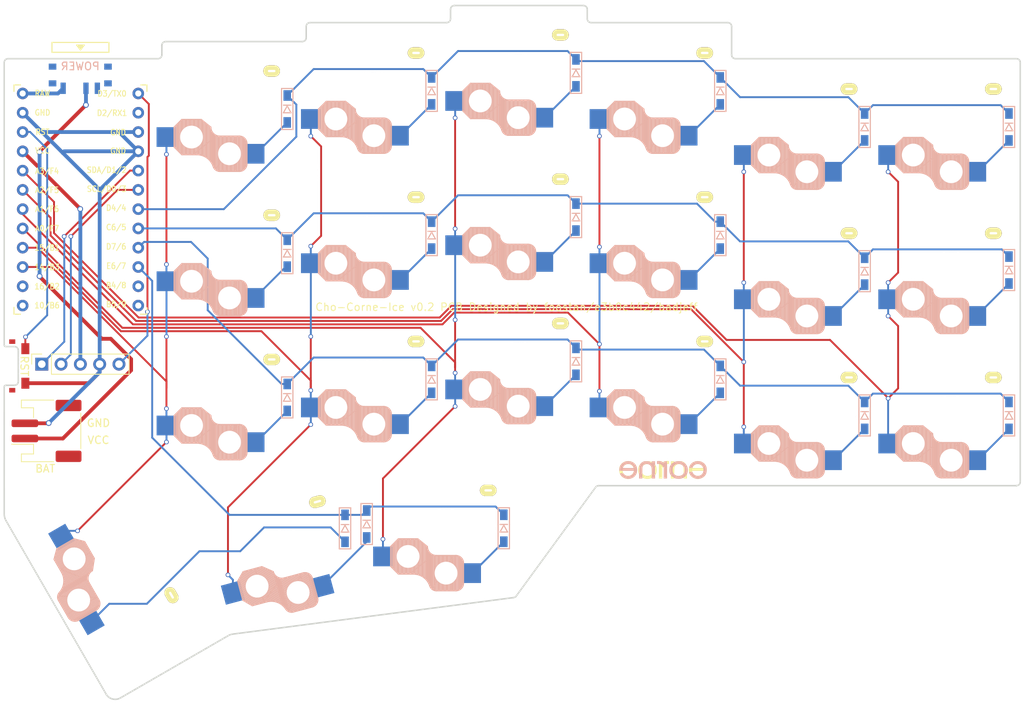
<source format=kicad_pcb>
(kicad_pcb (version 20221018) (generator pcbnew)
  (title_block (title "Cho-Corne-Ice") (date "2022-11-18") (rev "v0.2") (company "foostan/e3b0c442"))
  (layers (0 "F.Cu" signal) (31 "B.Cu" signal) (34 "B.Paste" user) (35 "F.Paste" user) (36 "B.SilkS" user "B.Silkscreen") (37 "F.SilkS" user "F.Silkscreen") (38 "B.Mask" user) (39 "F.Mask" user) (44 "Edge.Cuts" user))
  (net 0 "")
  (net 1 "Net-(D22-Pad2)")
  (net 2 "row0_r")
  (net 3 "Net-(D23-Pad2)")
  (net 4 "Net-(D24-Pad2)")
  (net 5 "Net-(D25-Pad2)")
  (net 6 "Net-(D26-Pad2)")
  (net 7 "Net-(D27-Pad2)")
  (net 8 "row1_r")
  (net 9 "Net-(D28-Pad2)")
  (net 10 "Net-(D29-Pad2)")
  (net 11 "Net-(D30-Pad2)")
  (net 12 "Net-(D31-Pad2)")
  (net 13 "Net-(D32-Pad2)")
  (net 14 "Net-(D33-Pad2)")
  (net 15 "row2_r")
  (net 16 "Net-(D34-Pad2)")
  (net 17 "Net-(D35-Pad2)")
  (net 18 "Net-(D36-Pad2)")
  (net 19 "Net-(D37-Pad2)")
  (net 20 "Net-(D38-Pad2)")
  (net 21 "Net-(D39-Pad2)")
  (net 22 "Net-(D40-Pad2)")
  (net 23 "row3_r")
  (net 24 "Net-(D41-Pad2)")
  (net 25 "Net-(D42-Pad2)")
  (net 26 "reset_r")
  (net 27 "col0_r")
  (net 28 "col1_r")
  (net 29 "col2_r")
  (net 30 "col3_r")
  (net 31 "col4_r")
  (net 32 "col5_r")
  (net 33 "VDD")
  (net 34 "GNDA")
  (net 39 "RAW_r")
  (net 41 "MOSI_r")
  (net 42 "SCK_r")
  (net 43 "CS_r")
  (net 45 "Net-(J3-Pad1)")
  (footprint "kbd:ChocV1_V2_Hotswap_1.5u" (layer "F.Cu") (at 166.8645 95.15 -60)
    (fp_text reference "SW42" hide)
    (fp_text value "SW_PUSH" hide)
  )
  (footprint "keeblib:alps_sksn" (layer "F.Cu") (at 152.1575 67.255 -90)
    (fp_text reference "RSW2" hide)
    (fp_text value "RST")
  )
  (footprint "kbd:ChocV1_V2_Hotswap" (layer "F.Cu") (at 219.6145 66.65)
    (fp_text reference "SW37" hide)
    (fp_text value "SW_PUSH" hide)
  )
  (footprint "kbd:ChocV1_V2_Hotswap" (layer "F.Cu") (at 200.6145 69.025)
    (fp_text reference "SW38" hide)
    (fp_text value "SW_PUSH" hide)
  )
  (footprint "kbd:ChocV1_V2_Hotswap" (layer "F.Cu") (at 181.6145 71.4)
    (fp_text reference "SW39" hide)
    (fp_text value "SW_PUSH" hide)
  )
  (footprint "kbd:ChocV1_V2_Hotswap" (layer "F.Cu") (at 210.1145 88.65)
    (fp_text reference "SW40" hide)
    (fp_text value "SW_PUSH" hide)
  )
  (footprint "kbd:ChocV1_V2_Hotswap" (layer "F.Cu") (at 189.1145 91.4 15)
    (fp_text reference "SW41" hide)
    (fp_text value "SW_PUSH" hide)
  )
  (footprint "kbd:ChocV1_V2_Hotswap" (layer "F.Cu") (at 219.6145 28.65)
    (fp_text reference "SW25" hide)
    (fp_text value "SW_PUSH" hide)
  )
  (footprint "kbd:ChocV1_V2_Hotswap" (layer "F.Cu") (at 200.6145 31.025)
    (fp_text reference "SW26" hide)
    (fp_text value "SW_PUSH" hide)
  )
  (footprint "kbd:ChocV1_V2_Hotswap" (layer "F.Cu") (at 276.6145 54.775)
    (fp_text reference "SW28" hide)
    (fp_text value "SW_PUSH" hide)
  )
  (footprint "kbd:ChocV1_V2_Hotswap" (layer "F.Cu") (at 238.6145 31.025)
    (fp_text reference "SW24" hide)
    (fp_text value "SW_PUSH" hide)
  )
  (footprint "kbd:ChocV1_V2_Hotswap" (layer "F.Cu") (at 257.6145 54.775)
    (fp_text reference "SW29" hide)
    (fp_text value "SW_PUSH" hide)
  )
  (footprint "kbd:ChocV1_V2_Hotswap" (layer "F.Cu") (at 257.6145 73.775)
    (fp_text reference "SW35" hide)
    (fp_text value "SW_PUSH" hide)
  )
  (footprint "kbd:ChocV1_V2_Hotswap" (layer "F.Cu") (at 238.6145 69.025)
    (fp_text reference "SW36" hide)
    (fp_text value "SW_PUSH" hide)
  )
  (footprint "kbd:ChocV1_V2_Hotswap" (layer "F.Cu") (at 276.6145 35.775)
    (fp_text reference "SW22" hide)
    (fp_text value "SW_PUSH" hide)
  )
  (footprint "kbd:ChocV1_V2_Hotswap" (layer "F.Cu") (at 257.6145 35.775)
    (fp_text reference "SW23" hide)
    (fp_text value "SW_PUSH" hide)
  )
  (footprint "kbd:ChocV1_V2_Hotswap" (layer "F.Cu") (at 238.6145 50.025)
    (fp_text reference "SW30" hide)
    (fp_text value "SW_PUSH" hide)
  )
  (footprint "kbd:ChocV1_V2_Hotswap" (layer "F.Cu") (at 219.6145 47.65)
    (fp_text reference "SW31" hide)
    (fp_text value "SW_PUSH" hide)
  )
  (footprint "kbd:ChocV1_V2_Hotswap" (layer "F.Cu") (at 200.6145 50.025)
    (fp_text reference "SW32" hide)
    (fp_text value "SW_PUSH" hide)
  )
  (footprint "kbd:ChocV1_V2_Hotswap" (layer "F.Cu") (at 181.6145 52.4)
    (fp_text reference "SW33" hide)
    (fp_text value "SW_PUSH" hide)
  )
  (footprint "kbd:ChocV1_V2_Hotswap" (layer "F.Cu") (at 276.6145 73.775)
    (fp_text reference "SW34" hide)
    (fp_text value "SW_PUSH" hide)
  )
  (footprint "kbd:M2_HOLE_v2" (layer "F.Cu") (at 177.3895 89.145 180)
    (fp_text reference "Ref**" hide)
    (fp_text value "Val**" hide)
  )
  (footprint "kbd:M2_HOLE_v2" (layer "F.Cu") (at 223.9555 81.5305 180)
    (fp_text reference "Ref**" hide)
    (fp_text value "Val**" hide)
  )
  (footprint "kbd:M2_HOLE_v2" (layer "F.Cu") (at 267.0995 45.2655 180)
    (fp_text reference "Ref**" hide)
    (fp_text value "Val**" hide)
  )
  (footprint "kbd:M2_HOLE_v2" (layer "F.Cu") (at 191.1445 41.7755 180)
    (fp_text reference "Ref**" hide)
    (fp_text value "Val**" hide)
  )
  (footprint "kbd:ChocV1_V2_Hotswap" (layer "F.Cu") (at 181.6075 33.405)
    (fp_text reference "SW27" hide)
    (fp_text value "SW_PUSH" hide)
  )
  (footprint "kbd:corne-logo-horizontal" (layer "F.Cu") (at 238.7775 81.04)
    (fp_text reference "G***" hide)
    (fp_text value "LOGO" hide)
  )
  (footprint "kbd:ProMicro_v3" (layer "F.Cu") (at 161.9875 45.84)
    (fp_text reference "U2" hide)
    (fp_text value "nice!nano" hide)
  )
  (footprint "Connector_PinSocket_2.54mm:PinSocket_1x05_P2.54mm_Vertical" (layer "F.Cu") (at 156.8975 67.02 90)
    (fp_text reference "J4" hide)
    (fp_text value "nice!view" hide)
  )
  (footprint "Connector_JST:JST_PH_S2B-PH-SM4-TB_1x02-1MP_P2.00mm_Horizontal" (layer "F.Cu") (at 157.5215 75.812 90)
    (fp_text reference "J3" hide)
    (fp_text value "BAT")
  )
  (footprint "kbd:D3_SMD_v2" (layer "B.Cu") (at 265.2145 35.775 -90)
    (fp_text reference "D23" hide)
    (fp_text value "D" hide)
  )
  (footprint "kbd:D3_SMD_v2" (layer "B.Cu") (at 246.2145 31.025 -90)
    (fp_text reference "D24" hide)
    (fp_text value "D" hide)
  )
  (footprint "kbd:D3_SMD_v2" (layer "B.Cu") (at 227.2145 28.65 -90)
    (fp_text reference "D25" hide)
    (fp_text value "D" hide)
  )
  (footprint "kbd:D3_SMD_v2" (layer "B.Cu") (at 189.2075 33.405 -90)
    (fp_text reference "D27" hide)
    (fp_text value "D" hide)
  )
  (footprint "kbd:D3_SMD_v2" (layer "B.Cu") (at 284.2145 54.625 -90)
    (fp_text reference "D28" hide)
    (fp_text value "D" hide)
  )
  (footprint "kbd:D3_SMD_v2" (layer "B.Cu") (at 265.2145 54.775 -90)
    (fp_text reference "D29" hide)
    (fp_text value "D" hide)
  )
  (footprint "kbd:D3_SMD_v2" (layer "B.Cu") (at 246.2145 50.025 -90)
    (fp_text reference "D30" hide)
    (fp_text value "D" hide)
  )
  (footprint "kbd:D3_SMD_v2" (layer "B.Cu") (at 227.2145 47.65 -90)
    (fp_text reference "D31" hide)
    (fp_text value "D" hide)
  )
  (footprint "kbd:D3_SMD_v2" (layer "B.Cu") (at 208.2145 50.025 -90)
    (fp_text reference "D32" hide)
    (fp_text value "D" hide)
  )
  (footprint "kbd:D3_SMD_v2" (layer "B.Cu") (at 189.2075 52.405 -90)
    (fp_text reference "D33" hide)
    (fp_text value "D" hide)
  )
  (footprint "kbd:D3_SMD_v2" (layer "B.Cu") (at 284.2145 73.775 -90)
    (fp_text reference "D34" hide)
    (fp_text value "D" hide)
  )
  (footprint "kbd:D3_SMD_v2" (layer "B.Cu") (at 265.2145 73.775 -90)
    (fp_text reference "D35" hide)
    (fp_text value "D" hide)
  )
  (footprint "kbd:D3_SMD_v2" (layer "B.Cu") (at 246.2145 69.025 -90)
    (fp_text reference "D36" hide)
    (fp_text value "D" hide)
  )
  (footprint "kbd:D3_SMD_v2" (layer "B.Cu") (at 227.2145 66.65 -90)
    (fp_text reference "D37" hide)
    (fp_text value "D" hide)
  )
  (footprint "kbd:D3_SMD_v2" (layer "B.Cu") (at 208.2145 69.025 -90)
    (fp_text reference "D38" hide)
    (fp_text value "D" hide)
  )
  (footprint "kbd:D3_SMD_v2" (layer "B.Cu") (at 189.2075 71.405 -90)
    (fp_text reference "D39" hide)
    (fp_text value "D" hide)
  )
  (footprint "kbd:D3_SMD_v2" (layer "B.Cu") (at 217.7145 88.635 -90)
    (fp_text reference "D40" hide)
    (fp_text value "D" hide)
  )
  (footprint "kbd:D3_SMD_v2" (layer "B.Cu") (at 199.6645 88.08 -90)
    (fp_text reference "D41" hide)
    (fp_text value "D" hide)
  )
  (footprint "kbd:D3_SMD_v2" (layer "B.Cu") (at 196.8145 88.65 -90)
    (fp_text reference "D42" hide)
    (fp_text value "D" hide)
  )
  (footprint "kbd:D3_SMD_v2" (layer "B.Cu") (at 284.2145 35.775 -90)
    (fp_text reference "D22" hide)
    (fp_text value "D" hide)
  )
  (footprint "kbd:D3_SMD_v2" (layer "B.Cu") (at 208.2145 31.025 -90)
    (fp_text reference "D26" hide)
    (fp_text value "D" hide)
  )
  (footprint "kbd:M2_HOLE_v2" (layer "B.Cu") (at 154.4185 82.785 180)
    (fp_text reference "Ref**" hide)
    (fp_text value "Val**" hide)
  )
  (footprint "kbd:M2_HOLE_v2" (layer "B.Cu") (at 269.1875 54.125 180)
    (fp_text reference "Ref**" hide)
    (fp_text value "Val**" hide)
  )
  (footprint "kbd:M2_HOLE_v2" (layer "B.Cu") (at 168.8505 74.264 180)
    (fp_text reference "Ref**" hide)
    (fp_text value "Val**" hide)
  )
  (footprint "kbd:corne-logo-horizontal" (layer "B.Cu") (at 238.5675 81.04 180)
    (fp_text reference "G***" hide)
    (fp_text value "LOGO" hide)
  )
  (footprint "keeblib:switch_SSSS811101" (layer "B.Cu") (at 161.9625 28.93)
    (fp_text reference "PSW2" hide)
    (fp_text value "POWER")
  )
  (gr_curve (pts (xy 181.6295 102.678) (xy 181.84293 102.613557) (xy 182.062163 102.570169) (xy 182.284056 102.54846)) (stroke (width 0.2)) (layer "Edge.Cuts"))
  (gr_curve (pts (xy 152.181791 87.625717) (xy 152.029054 87.360585) (xy 151.950612 87.059178) (xy 151.9547 86.753228)) (stroke (width 0.2)) (layer "Edge.Cuts"))
  (gr_line (start 191.706177 24.025707) (end 191.706177 22.527109) (stroke (width 0.2)) (layer "Edge.Cuts"))
  (gr_line (start 173.204835 24.526087) (end 191.205797 24.526087) (stroke (width 0.2)) (layer "Edge.Cuts"))
  (gr_curve (pts (xy 151.9547 27.278174) (xy 151.954759 27.002128) (xy 152.178537 26.778365) (xy 152.454583 26.778301)) (stroke (width 0.2)) (layer "Edge.Cuts"))
  (gr_line (start 151.955216 27.276904) (end 151.955216 64.5) (stroke (width 0.2)) (layer "Edge.Cuts"))
  (gr_line (start 285.704628 27.278174) (end 285.706404 82.52693) (stroke (width 0.2)) (layer "Edge.Cuts"))
  (gr_line (start 248.205881 26.776525) (end 285.204501 26.778301) (stroke (width 0.2)) (layer "Edge.Cuts"))
  (gr_line (start 211.205737 19.776292) (end 228.20594 19.776292) (stroke (width 0.2)) (layer "Edge.Cuts"))
  (gr_line (start 210.705358 21.52635) (end 210.705358 20.276671) (stroke (width 0.2)) (layer "Edge.Cuts"))
  (gr_line (start 192.206556 22.026729) (end 210.204472 22.028252) (stroke (width 0.2)) (layer "Edge.Cuts"))
  (gr_line (start 181.6295 102.678) (end 167.335417 110.939084) (stroke (width 0.2)) (layer "Edge.Cuts"))
  (gr_line (start 172.706995 25.026466) (end 172.704713 26.278179) (stroke (width 0.2)) (layer "Edge.Cuts"))
  (gr_curve (pts (xy 172.704713 25.028242) (xy 172.704654 24.752107) (xy 172.928431 24.528195) (xy 173.204577 24.528121)) (stroke (width 0.2)) (layer "Edge.Cuts"))
  (gr_line (start 247.705501 22.527109) (end 247.705501 26.276145) (stroke (width 0.2)) (layer "Edge.Cuts"))
  (gr_line (start 228.70632 20.276671) (end 228.70632 21.52635) (stroke (width 0.2)) (layer "Edge.Cuts"))
  (gr_line (start 152.455595 26.776525) (end 172.204592 26.778301) (stroke (width 0.2)) (layer "Edge.Cuts"))
  (gr_curve (pts (xy 285.704628 82.5282) (xy 285.704558 82.804345) (xy 285.480647 83.028143) (xy 285.204506 83.028073)) (stroke (width 0.2)) (layer "Edge.Cuts"))
  (gr_curve (pts (xy 285.204506 83.028073) (xy 285.204501 83.028073) (xy 285.204501 83.028073) (xy 285.204501 83.028073)) (stroke (width 0.2)) (layer "Edge.Cuts"))
  (gr_curve (pts (xy 285.204501 26.778301) (xy 285.480642 26.778231) (xy 285.704558 27.002029) (xy 285.704628 27.278169)) (stroke (width 0.2)) (layer "Edge.Cuts"))
  (gr_curve (pts (xy 285.704628 27.278169) (xy 285.704628 27.278174) (xy 285.704628 27.278174) (xy 285.704628 27.278174)) (stroke (width 0.2)) (layer "Edge.Cuts"))
  (gr_curve (pts (xy 248.204611 26.778301) (xy 247.928465 26.77837) (xy 247.704559 26.554568) (xy 247.704489 26.278427)) (stroke (width 0.2)) (layer "Edge.Cuts"))
  (gr_curve (pts (xy 247.704489 26.278427) (xy 247.704489 26.278343) (xy 247.704489 26.278264) (xy 247.704489 26.278179)) (stroke (width 0.2)) (layer "Edge.Cuts"))
  (gr_curve (pts (xy 247.204616 22.028252) (xy 247.480662 22.028322) (xy 247.70442 22.25208) (xy 247.704489 22.528126)) (stroke (width 0.2)) (layer "Edge.Cuts"))
  (gr_curve (pts (xy 229.204665 22.028252) (xy 228.92852 22.028322) (xy 228.704613 21.804519) (xy 228.704544 21.528379)) (stroke (width 0.2)) (layer "Edge.Cuts"))
  (gr_curve (pts (xy 228.704544 21.528379) (xy 228.704544 21.528295) (xy 228.704544 21.52821) (xy 228.704544 21.528126)) (stroke (width 0.2)) (layer "Edge.Cuts"))
  (gr_curve (pts (xy 228.20467 19.778068) (xy 228.480816 19.778137) (xy 228.704613 20.002049) (xy 228.704544 20.278189)) (stroke (width 0.2)) (layer "Edge.Cuts"))
  (gr_curve (pts (xy 228.704544 20.278189) (xy 228.704544 20.278194) (xy 228.704544 20.278194) (xy 228.704544 20.278194)) (stroke (width 0.2)) (layer "Edge.Cuts"))
  (gr_curve (pts (xy 210.704594 20.278194) (xy 210.704524 20.002054) (xy 210.928322 19.778137) (xy 211.204467 19.778068)) (stroke (width 0.2)) (layer "Edge.Cuts"))
  (gr_curve (pts (xy 211.204467 19.778068) (xy 211.204467 19.778068) (xy 211.204467 19.778068) (xy 211.204467 19.778068)) (stroke (width 0.2)) (layer "Edge.Cuts"))
  (gr_curve (pts (xy 210.704594 21.528126) (xy 210.704663 21.804266) (xy 210.480866 22.028183) (xy 210.20472 22.028252)) (stroke (width 0.2)) (layer "Edge.Cuts"))
  (gr_curve (pts (xy 210.20472 22.028252) (xy 210.204641 22.028252) (xy 210.204552 22.028252) (xy 210.204472 22.028252)) (stroke (width 0.2)) (layer "Edge.Cuts"))
  (gr_curve (pts (xy 191.704649 22.528126) (xy 191.704718 22.25208) (xy 191.928476 22.028322) (xy 192.204522 22.028252)) (stroke (width 0.2)) (layer "Edge.Cuts"))
  (gr_curve (pts (xy 191.704649 24.028247) (xy 191.704579 24.304388) (xy 191.480672 24.52819) (xy 191.204527 24.528121)) (stroke (width 0.2)) (layer "Edge.Cuts"))
  (gr_line (start 165.4073 110.559612) (end 152.181276 87.627245) (stroke (width 0.2)) (layer "Edge.Cuts"))
  (gr_curve (pts (xy 165.410396 110.564226) (xy 165.409364 110.562688) (xy 165.408332 110.56115) (xy 165.4073 110.559612)) (stroke (width 0.2)) (layer "Edge.Cuts"))
  (gr_curve (pts (xy 167.335417 110.939084) (xy 166.700318 111.367153) (xy 165.838465 111.199314) (xy 165.410396 110.564226)) (stroke (width 0.2)) (layer "Edge.Cuts"))
  (gr_line (start 218.954506 97.778087) (end 182.284056 102.54846) (stroke (width 0.2)) (layer "Edge.Cuts"))
  (gr_curve (pts (xy 219.308071 97.631789) (xy 219.21428 97.725501) (xy 219.087101 97.778126) (xy 218.954506 97.778087)) (stroke (width 0.2)) (layer "Edge.Cuts"))
  (gr_line (start 229.851095 83.174629) (end 219.308071 97.631789) (stroke (width 0.2)) (layer "Edge.Cuts"))
  (gr_curve (pts (xy 172.704713 26.278179) (xy 172.704773 26.55432) (xy 172.480975 26.778231) (xy 172.20483 26.778301)) (stroke (width 0.2)) (layer "Edge.Cuts"))
  (gr_curve (pts (xy 172.20483 26.778301) (xy 172.20475 26.778301) (xy 172.204671 26.778301) (xy 172.204592 26.778301)) (stroke (width 0.2)) (layer "Edge.Cuts"))
  (gr_curve (pts (xy 229.851095 83.174629) (xy 229.944847 83.080818) (xy 230.072035 83.028103) (xy 230.204661 83.028073)) (stroke (width 0.2)) (layer "Edge.Cuts"))
  (gr_line (start 153.8075 65.205) (end 153.8075 69.305) (stroke (width 0.2)) (layer "Edge.Cuts"))
  (gr_line (start 285.204501 83.028073) (end 230.204661 83.028073) (stroke (width 0.2)) (layer "Edge.Cuts"))
  (gr_line (start 152.1575 69.805) (end 153.3075 69.805) (stroke (width 0.2)) (layer "Edge.Cuts"))
  (gr_arc (start 151.9575 70.005) (mid 152.016079 69.863579) (end 152.1575 69.805) (stroke (width 0.2)) (layer "Edge.Cuts"))
  (gr_line (start 151.9575 70.005) (end 151.9547 86.753228) (stroke (width 0.2)) (layer "Edge.Cuts"))
  (gr_arc (start 153.8075 69.305) (mid 153.661053 69.658553) (end 153.3075 69.805) (stroke (width 0.2)) (layer "Edge.Cuts"))
  (gr_arc (start 152.1575 64.705) (mid 152.016079 64.646421) (end 151.9575 64.505) (stroke (width 0.2)) (layer "Edge.Cuts"))
  (gr_line (start 152.1575 64.705) (end 153.3075 64.705) (stroke (width 0.2)) (layer "Edge.Cuts"))
  (gr_line (start 247.204616 22.028252) (end 229.204665 22.028252) (stroke (width 0.2)) (layer "Edge.Cuts"))
  (gr_arc (start 153.3075 64.705) (mid 153.661053 64.851447) (end 153.8075 65.205) (stroke (width 0.2)) (layer "Edge.Cuts"))
  (gr_text "Cho-Corne-Ice v0.2 PCB Designed by foostan/e3b0c442/badjeff" (at 192.8275 59.5) (layer "F.SilkS") (effects (font (size 1 1) (thickness 0.125)) (justify left)))
  (gr_text "VCC" (at 164.3575 77.03) (layer "F.SilkS") (effects (font (size 1 1))))
  (gr_text "GND" (at 164.3575 74.78) (layer "F.SilkS") (effects (font (size 1 1))))
  (segment (start 280.0895 41.675) (end 284.2145 37.55) (width 0.25) (layer "B.Cu") (net 1))
  (segment (start 279.9145 41.675) (end 280.0895 41.675) (width 0.25) (layer "B.Cu") (net 1))
  (segment (start 227.2145 26.875) (end 227.4395 27.1) (width 0.25) (layer "B.Cu") (net 2))
  (segment (start 189.2075 31.63) (end 192.687501 28.149999) (width 0.25) (layer "B.Cu") (net 2))
  (segment (start 207.114499 28.149999) (end 208.2145 29.25) (width 0.25) (layer "B.Cu") (net 2))
  (segment (start 227.4395 27.1) (end 244.0645 27.1) (width 0.25) (layer "B.Cu") (net 2))
  (segment (start 192.687501 28.149999) (end 207.114499 28.149999) (width 0.25) (layer "B.Cu") (net 2))
  (segment (start 169.5989 46.602) (end 180.8605 46.602) (width 0.25) (layer "B.Cu") (net 2))
  (segment (start 283.114499 32.899999) (end 284.2145 34) (width 0.25) (layer "B.Cu") (net 2))
  (segment (start 211.689501 25.774999) (end 226.114499 25.774999) (width 0.25) (layer "B.Cu") (net 2))
  (segment (start 190.4075 32.83) (end 189.2075 31.63) (width 0.25) (layer "B.Cu") (net 2))
  (segment (start 263.0645 31.85) (end 265.2145 34) (width 0.25) (layer "B.Cu") (net 2))
  (segment (start 244.0645 27.1) (end 246.2145 29.25) (width 0.25) (layer "B.Cu") (net 2))
  (segment (start 266.314501 32.899999) (end 283.114499 32.899999) (width 0.25) (layer "B.Cu") (net 2))
  (segment (start 208.2145 29.25) (end 211.689501 25.774999) (width 0.25) (layer "B.Cu") (net 2))
  (segment (start 180.8605 46.602) (end 190.4075 37.055) (width 0.25) (layer "B.Cu") (net 2))
  (segment (start 226.114499 25.774999) (end 227.2145 26.875) (width 0.25) (layer "B.Cu") (net 2))
  (segment (start 190.4075 37.055) (end 190.4075 32.83) (width 0.25) (layer "B.Cu") (net 2))
  (segment (start 248.8145 31.85) (end 263.0645 31.85) (width 0.25) (layer "B.Cu") (net 2))
  (segment (start 246.2145 29.25) (end 248.8145 31.85) (width 0.25) (layer "B.Cu") (net 2))
  (segment (start 265.2145 34) (end 266.314501 32.899999) (width 0.25) (layer "B.Cu") (net 2))
  (segment (start 260.9145 41.675) (end 261.0895 41.675) (width 0.25) (layer "B.Cu") (net 3))
  (segment (start 261.0895 41.675) (end 265.2145 37.55) (width 0.25) (layer "B.Cu") (net 3))
  (segment (start 242.0895 36.925) (end 246.2145 32.8) (width 0.25) (layer "B.Cu") (net 4))
  (segment (start 241.9145 36.925) (end 242.0895 36.925) (width 0.25) (layer "B.Cu") (net 4))
  (segment (start 223.0895 34.55) (end 227.2145 30.425) (width 0.25) (layer "B.Cu") (net 5))
  (segment (start 222.9145 34.55) (end 223.0895 34.55) (width 0.25) (layer "B.Cu") (net 5))
  (segment (start 204.0895 36.925) (end 208.2145 32.8) (width 0.25) (layer "B.Cu") (net 6))
  (segment (start 203.9145 36.925) (end 204.0895 36.925) (width 0.25) (layer "B.Cu") (net 6))
  (segment (start 185.0825 39.305) (end 189.2075 35.18) (width 0.25) (layer "B.Cu") (net 7))
  (segment (start 184.9075 39.305) (end 185.0825 39.305) (width 0.25) (layer "B.Cu") (net 7))
  (segment (start 245.51922 48.25) (end 246.2145 48.25) (width 0.25) (layer "B.Cu") (net 8))
  (segment (start 227.2145 45.875) (end 243.14422 45.875) (width 0.25) (layer "B.Cu") (net 8))
  (segment (start 187.7195 49.142) (end 189.2075 50.63) (width 0.25) (layer "B.Cu") (net 8))
  (segment (start 192.687501 47.149999) (end 207.114499 47.149999) (width 0.25) (layer "B.Cu") (net 8))
  (segment (start 207.114499 47.149999) (end 208.2145 48.25) (width 0.25) (layer "B.Cu") (net 8))
  (segment (start 243.14422 45.875) (end 245.51922 48.25) (width 0.25) (layer "B.Cu") (net 8))
  (segment (start 189.2075 50.63) (end 192.687501 47.149999) (width 0.25) (layer "B.Cu") (net 8))
  (segment (start 208.2145 48.25) (end 211.689501 44.774999) (width 0.25) (layer "B.Cu") (net 8))
  (segment (start 226.114499 44.774999) (end 227.2145 45.875) (width 0.25) (layer "B.Cu") (net 8))
  (segment (start 266.314501 51.899999) (end 283.264499 51.899999) (width 0.25) (layer "B.Cu") (net 8))
  (segment (start 248.8145 50.85) (end 263.0645 50.85) (width 0.25) (layer "B.Cu") (net 8))
  (segment (start 283.264499 51.899999) (end 284.2145 52.85) (width 0.25) (layer "B.Cu") (net 8))
  (segment (start 246.2145 48.25) (end 248.8145 50.85) (width 0.25) (layer "B.Cu") (net 8))
  (segment (start 169.5989 49.142) (end 187.7195 49.142) (width 0.25) (layer "B.Cu") (net 8))
  (segment (start 265.2145 53) (end 266.314501 51.899999) (width 0.25) (layer "B.Cu") (net 8))
  (segment (start 211.689501 44.774999) (end 226.114499 44.774999) (width 0.25) (layer "B.Cu") (net 8))
  (segment (start 263.0645 50.85) (end 265.2145 53) (width 0.25) (layer "B.Cu") (net 8))
  (segment (start 279.9395 60.675) (end 284.2145 56.4) (width 0.25) (layer "B.Cu") (net 9))
  (segment (start 279.9145 60.675) (end 279.9395 60.675) (width 0.25) (layer "B.Cu") (net 9))
  (segment (start 261.0895 60.675) (end 265.2145 56.55) (width 0.25) (layer "B.Cu") (net 10))
  (segment (start 260.9145 60.675) (end 261.0895 60.675) (width 0.25) (layer "B.Cu") (net 10))
  (segment (start 241.9145 55.925) (end 242.0895 55.925) (width 0.25) (layer "B.Cu") (net 11))
  (segment (start 242.0895 55.925) (end 246.2145 51.8) (width 0.25) (layer "B.Cu") (net 11))
  (segment (start 222.9145 53.55) (end 223.0895 53.55) (width 0.25) (layer "B.Cu") (net 12))
  (segment (start 223.0895 53.55) (end 227.2145 49.425) (width 0.25) (layer "B.Cu") (net 12))
  (segment (start 204.0895 55.925) (end 208.2145 51.8) (width 0.25) (layer "B.Cu") (net 13))
  (segment (start 203.9145 55.925) (end 204.0895 55.925) (width 0.25) (layer "B.Cu") (net 13))
  (segment (start 189.0345 54.18) (end 189.2075 54.18) (width 0.25) (layer "B.Cu") (net 14))
  (segment (start 184.9145 58.3) (end 189.0345 54.18) (width 0.25) (layer "B.Cu") (net 14))
  (segment (start 208.2145 67.25) (end 211.689501 63.774999) (width 0.25) (layer "B.Cu") (net 15))
  (segment (start 176.547501 50.920001) (end 178.739499 53.111999) (width 0.25) (layer "B.Cu") (net 15))
  (segment (start 227.2145 64.875) (end 227.4395 65.1) (width 0.25) (layer "B.Cu") (net 15))
  (segment (start 189.2075 69.63) (end 192.687501 66.149999) (width 0.25) (layer "B.Cu") (net 15))
  (segment (start 227.4395 65.1) (end 244.0645 65.1) (width 0.25) (layer "B.Cu") (net 15))
  (segment (start 244.0645 65.1) (end 246.2145 67.25) (width 0.25) (layer "B.Cu") (net 15))
  (segment (start 207.114499 66.149999) (end 208.2145 67.25) (width 0.25) (layer "B.Cu") (net 15))
  (segment (start 169.5989 51.682) (end 170.360899 50.920001) (width 0.25) (layer "B.Cu") (net 15))
  (segment (start 283.114499 70.899999) (end 284.2145 72) (width 0.25) (layer "B.Cu") (net 15))
  (segment (start 265.2145 72) (end 266.314501 70.899999) (width 0.25) (layer "B.Cu") (net 15))
  (segment (start 192.687501 66.149999) (end 207.114499 66.149999) (width 0.25) (layer "B.Cu") (net 15))
  (segment (start 266.314501 70.899999) (end 283.114499 70.899999) (width 0.25) (layer "B.Cu") (net 15))
  (segment (start 226.114499 63.774999) (end 227.2145 64.875) (width 0.25) (layer "B.Cu") (net 15))
  (segment (start 248.8145 69.85) (end 263.0645 69.85) (width 0.25) (layer "B.Cu") (net 15))
  (segment (start 246.2145 67.25) (end 248.8145 69.85) (width 0.25) (layer "B.Cu") (net 15))
  (segment (start 188.4575 69.63) (end 189.2075 69.63) (width 0.25) (layer "B.Cu") (net 15))
  (segment (start 263.0645 69.85) (end 265.2145 72) (width 0.25) (layer "B.Cu") (net 15))
  (segment (start 211.689501 63.774999) (end 226.114499 63.774999) (width 0.25) (layer "B.Cu") (net 15))
  (segment (start 178.739499 53.111999) (end 178.739499 59.911999) (width 0.25) (layer "B.Cu") (net 15))
  (segment (start 178.739499 59.911999) (end 188.4575 69.63) (width 0.25) (layer "B.Cu") (net 15))
  (segment (start 170.360899 50.920001) (end 176.547501 50.920001) (width 0.25) (layer "B.Cu") (net 15))
  (segment (start 280.0895 79.675) (end 284.2145 75.55) (width 0.25) (layer "B.Cu") (net 16))
  (segment (start 279.9145 79.675) (end 280.0895 79.675) (width 0.25) (layer "B.Cu") (net 16))
  (segment (start 261.0895 79.675) (end 265.2145 75.55) (width 0.25) (layer "B.Cu") (net 17))
  (segment (start 260.9145 79.675) (end 261.0895 79.675) (width 0.25) (layer "B.Cu") (net 17))
  (segment (start 241.9145 74.925) (end 242.0895 74.925) (width 0.25) (layer "B.Cu") (net 18))
  (segment (start 242.0895 74.925) (end 246.2145 70.8) (width 0.25) (layer "B.Cu") (net 18))
  (segment (start 222.9145 72.55) (end 223.0895 72.55) (width 0.25) (layer "B.Cu") (net 19))
  (segment (start 223.0895 72.55) (end 227.2145 68.425) (width 0.25) (layer "B.Cu") (net 19))
  (segment (start 204.0895 74.925) (end 208.2145 70.8) (width 0.25) (layer "B.Cu") (net 20))
  (segment (start 203.9145 74.925) (end 204.0895 74.925) (width 0.25) (layer "B.Cu") (net 20))
  (segment (start 184.9145 77.3) (end 185.0875 77.3) (width 0.25) (layer "B.Cu") (net 21))
  (segment (start 185.0875 77.3) (end 189.2075 73.18) (width 0.25) (layer "B.Cu") (net 21))
  (segment (start 213.5745 94.55) (end 217.7145 90.41) (width 0.25) (layer "B.Cu") (net 22))
  (segment (start 213.4145 94.55) (end 213.5745 94.55) (width 0.25) (layer "B.Cu") (net 22))
  (segment (start 169.5989 54.222) (end 171.4325 56.0556) (width 0.25) (layer "B.Cu") (net 23))
  (segment (start 196.8145 86.875) (end 199.0945 86.875) (width 0.25) (layer "B.Cu") (net 23))
  (segment (start 200.194501 85.774999) (end 216.629499 85.774999) (width 0.25) (layer "B.Cu") (net 23))
  (segment (start 199.0945 86.875) (end 199.6645 86.305) (width 0.25) (layer "B.Cu") (net 23))
  (segment (start 199.6645 86.305) (end 200.194501 85.774999) (width 0.25) (layer "B.Cu") (net 23))
  (segment (start 171.4325 76.705) (end 181.6025 86.875) (width 0.25) (layer "B.Cu") (net 23))
  (segment (start 181.6025 86.875) (end 196.8145 86.875) (width 0.25) (layer "B.Cu") (net 23))
  (segment (start 216.629499 85.774999) (end 217.7145 86.86) (width 0.25) (layer "B.Cu") (net 23))
  (segment (start 171.4325 56.0556) (end 171.4325 76.705) (width 0.25) (layer "B.Cu") (net 23))
  (segment (start 199.6645 90.409448) (end 199.6645 89.855) (width 0.25) (layer "B.Cu") (net 24))
  (segment (start 193.829088 96.24486) (end 199.6645 90.409448) (width 0.25) (layer "B.Cu") (net 24))
  (segment (start 177.646497 91.670001) (end 183.017499 91.670001) (width 0.25) (layer "B.Cu") (net 25))
  (segment (start 183.017499 91.670001) (end 186.162501 88.524999) (width 0.25) (layer "B.Cu") (net 25))
  (segment (start 194.914499 88.524999) (end 196.8145 90.425) (width 0.25) (layer "B.Cu") (net 25))
  (segment (start 163.40495 100.957884) (end 165.774695 98.588139) (width 0.25) (layer "B.Cu") (net 25))
  (segment (start 170.728359 98.588139) (end 177.646497 91.670001) (width 0.25) (layer "B.Cu") (net 25))
  (segment (start 165.774695 98.588139) (end 170.728359 98.588139) (width 0.25) (layer "B.Cu") (net 25))
  (segment (start 186.162501 88.524999) (end 194.914499 88.524999) (width 0.25) (layer "B.Cu") (net 25))
  (segment (start 154.7325 63.455) (end 154.7575 63.43) (width 0.25) (layer "F.Cu") (net 26))
  (segment (start 154.7325 64.98) (end 154.7325 63.455) (width 0.25) (layer "F.Cu") (net 26))
  (via (at 154.7575 63.43) (size 0.6) (drill 0.4) (layers "F.Cu" "B.Cu") (net 26))
  (segment (start 154.3789 36.442) (end 154.3909 36.43) (width 0.25) (layer "B.Cu") (net 26))
  (segment (start 157.6075 60.58) (end 154.7575 63.43) (width 0.25) (layer "B.Cu") (net 26))
  (segment (start 157.6075 38.68) (end 157.6075 60.58) (width 0.25) (layer "B.Cu") (net 26))
  (segment (start 154.3909 36.43) (end 155.3575 36.43) (width 0.25) (layer "B.Cu") (net 26))
  (segment (start 155.3575 36.43) (end 157.6075 38.68) (width 0.25) (layer "B.Cu") (net 26))
  (segment (start 169.639649 60.88) (end 158.5075 49.747851) (width 0.25) (layer "F.Cu") (net 27))
  (segment (start 247.043896 63.83) (end 242.543896 59.33) (width 0.25) (layer "F.Cu") (net 27))
  (segment (start 269.624501 61.997001) (end 269.624501 70.207498) (width 0.25) (layer "F.Cu") (net 27))
  (segment (start 158.5075 49.747851) (end 158.5075 45.6506) (width 0.25) (layer "F.Cu") (net 27))
  (segment (start 242.543896 59.33) (end 210.821104 59.33) (width 0.25) (layer "F.Cu") (net 27))
  (segment (start 268.3075 60.68) (end 269.624501 61.997001) (width 0.25) (layer "F.Cu") (net 27))
  (segment (start 209.271104 60.88) (end 169.639649 60.88) (width 0.25) (layer "F.Cu") (net 27))
  (segment (start 269.624501 54.962999) (end 268.3075 56.28) (width 0.25) (layer "F.Cu") (net 27))
  (segment (start 210.821104 59.33) (end 209.271104 60.88) (width 0.25) (layer "F.Cu") (net 27))
  (segment (start 269.624501 42.997001) (end 269.624501 54.962999) (width 0.25) (layer "F.Cu") (net 27))
  (segment (start 268.3075 71.48) (end 260.6575 63.83) (width 0.25) (layer "F.Cu") (net 27))
  (segment (start 158.5075 45.6506) (end 154.3789 41.522) (width 0.25) (layer "F.Cu") (net 27))
  (segment (start 260.6575 63.83) (end 247.043896 63.83) (width 0.25) (layer "F.Cu") (net 27))
  (segment (start 268.3075 41.68) (end 269.624501 42.997001) (width 0.25) (layer "F.Cu") (net 27))
  (segment (start 269.624501 70.207498) (end 268.3075 71.524499) (width 0.25) (layer "F.Cu") (net 27))
  (segment (start 268.3075 71.524499) (end 268.3075 71.48) (width 0.25) (layer "F.Cu") (net 27))
  (via (at 268.3075 41.68) (size 0.6) (drill 0.4) (layers "F.Cu" "B.Cu") (net 27))
  (via (at 268.3075 56.28) (size 0.6) (drill 0.4) (layers "F.Cu" "B.Cu") (net 27))
  (via (at 268.3075 60.68) (size 0.6) (drill 0.4) (layers "F.Cu" "B.Cu") (net 27))
  (via (at 268.3075 71.524499) (size 0.6) (drill 0.4) (layers "F.Cu" "B.Cu") (net 27))
  (segment (start 268.3075 71.524499) (end 268.3075 77.468) (width 0.25) (layer "B.Cu") (net 27))
  (segment (start 268.3145 58.475) (end 268.3145 60.673) (width 0.25) (layer "B.Cu") (net 27))
  (segment (start 268.3145 39.475) (end 268.3145 41.673) (width 0.25) (layer "B.Cu") (net 27))
  (segment (start 268.3145 60.673) (end 268.3075 60.68) (width 0.25) (layer "B.Cu") (net 27))
  (segment (start 268.3145 41.673) (end 268.3075 41.68) (width 0.25) (layer "B.Cu") (net 27))
  (segment (start 268.3075 77.468) (end 268.3145 77.475) (width 0.25) (layer "B.Cu") (net 27))
  (segment (start 268.3075 58.468) (end 268.3145 58.475) (width 0.25) (layer "B.Cu") (net 27))
  (segment (start 268.3075 56.28) (end 268.3075 58.468) (width 0.25) (layer "B.Cu") (net 27))
  (segment (start 158.0575 50.08) (end 169.3075 61.33) (width 0.25) (layer "F.Cu") (net 28))
  (segment (start 209.4575 61.33) (end 211.0075 59.78) (width 0.25) (layer "F.Cu") (net 28))
  (segment (start 169.3075 61.33) (end 209.4575 61.33) (width 0.25) (layer "F.Cu") (net 28))
  (segment (start 211.0075 59.78) (end 242.3575 59.78) (width 0.25) (layer "F.Cu") (net 28))
  (segment (start 242.3575 59.78) (end 249.3075 66.73) (width 0.25) (layer "F.Cu") (net 28))
  (segment (start 158.0575 47.7406) (end 158.0575 50.08) (width 0.25) (layer "F.Cu") (net 28))
  (segment (start 154.3789 44.062) (end 158.0575 47.7406) (width 0.25) (layer "F.Cu") (net 28))
  (segment (start 249.3075 41.68) (end 249.3075 56.28) (width 0.25) (layer "F.Cu") (net 28))
  (segment (start 249.3075 66.73) (end 249.3075 75.28) (width 0.25) (layer "F.Cu") (net 28))
  (via (at 249.3075 56.28) (size 0.6) (drill 0.4) (layers "F.Cu" "B.Cu") (net 28))
  (via (at 249.3075 75.28) (size 0.6) (drill 0.4) (layers "F.Cu" "B.Cu") (net 28))
  (via (at 249.3075 66.73) (size 0.6) (drill 0.4) (layers "F.Cu" "B.Cu") (net 28))
  (via (at 249.3075 41.68) (size 0.6) (drill 0.4) (layers "F.Cu" "B.Cu") (net 28))
  (segment (start 249.3145 39.475) (end 249.3145 41.673) (width 0.25) (layer "B.Cu") (net 28))
  (segment (start 249.3145 66.723) (end 249.3145 58.475) (width 0.25) (layer "B.Cu") (net 28))
  (segment (start 249.3075 56.28) (end 249.3075 58.468) (width 0.25) (layer "B.Cu") (net 28))
  (segment (start 249.3075 75.28) (end 249.3075 77.468) (width 0.25) (layer "B.Cu") (net 28))
  (segment (start 249.3075 58.468) (end 249.3145 58.475) (width 0.25) (layer "B.Cu") (net 28))
  (segment (start 249.3145 41.673) (end 249.3075 41.68) (width 0.25) (layer "B.Cu") (net 28))
  (segment (start 249.3075 77.468) (end 249.3145 77.475) (width 0.25) (layer "B.Cu") (net 28))
  (segment (start 249.3075 66.73) (end 249.3145 66.723) (width 0.25) (layer "B.Cu") (net 28))
  (segment (start 209.643896 61.78) (end 211.193896 60.23) (width 0.25) (layer "F.Cu") (net 29))
  (segment (start 226.1575 60.23) (end 230.3075 64.38) (width 0.25) (layer "F.Cu") (net 29))
  (segment (start 230.3075 64.38) (end 230.3075 70.58) (width 0.25) (layer "F.Cu") (net 29))
  (segment (start 211.193896 60.23) (end 226.1575 60.23) (width 0.25) (layer "F.Cu") (net 29))
  (segment (start 154.3789 46.602) (end 154.3789 47.2514) (width 0.25) (layer "F.Cu") (net 29))
  (segment (start 168.9075 61.78) (end 209.643896 61.78) (width 0.25) (layer "F.Cu") (net 29))
  (segment (start 230.3075 36.98) (end 230.3075 51.58) (width 0.25) (layer "F.Cu") (net 29))
  (segment (start 154.3789 47.2514) (end 168.9075 61.78) (width 0.25) (layer "F.Cu") (net 29))
  (via (at 230.3075 36.98) (size 0.6) (drill 0.4) (layers "F.Cu" "B.Cu") (net 29))
  (via (at 230.3075 64.38) (size 0.6) (drill 0.4) (layers "F.Cu" "B.Cu") (net 29))
  (via (at 230.3075 70.58) (size 0.6) (drill 0.4) (layers "F.Cu" "B.Cu") (net 29))
  (via (at 230.3075 51.58) (size 0.6) (drill 0.4) (layers "F.Cu" "B.Cu") (net 29))
  (segment (start 230.3075 70.58) (end 230.3075 72.718) (width 0.25) (layer "B.Cu") (net 29))
  (segment (start 230.3075 53.718) (end 230.3145 53.725) (width 0.25) (layer "B.Cu") (net 29))
  (segment (start 230.3145 36.973) (end 230.3075 36.98) (width 0.25) (layer "B.Cu") (net 29))
  (segment (start 230.3075 72.718) (end 230.3145 72.725) (width 0.25) (layer "B.Cu") (net 29))
  (segment (start 230.3075 64.38) (end 230.3145 64.373) (width 0.25) (layer "B.Cu") (net 29))
  (segment (start 230.3145 34.725) (end 230.3145 36.973) (width 0.25) (layer "B.Cu") (net 29))
  (segment (start 230.3145 64.373) (end 230.3145 53.725) (width 0.25) (layer "B.Cu") (net 29))
  (segment (start 230.3075 51.58) (end 230.3075 53.718) (width 0.25) (layer "B.Cu") (net 29))
  (segment (start 211.3075 67.43) (end 211.3075 68.18) (width 0.25) (layer "F.Cu") (net 30))
  (segment (start 211.3075 72.58) (end 201.8075 82.08) (width 0.25) (layer "F.Cu") (net 30))
  (segment (start 211.3075 34.58) (end 211.3075 49.18) (width 0.25) (layer "F.Cu") (net 30))
  (segment (start 167.5075 62.23) (end 206.7575 62.23) (width 0.25) (layer "F.Cu") (net 30))
  (segment (start 211.3075 66.78) (end 211.3075 67.43) (width 0.25) (layer "F.Cu") (net 30))
  (segment (start 154.3789 49.142) (end 154.4195 49.142) (width 0.25) (layer "F.Cu") (net 30))
  (segment (start 201.8075 82.08) (end 201.8075 90.08) (width 0.25) (layer "F.Cu") (net 30))
  (segment (start 211.3075 61.18) (end 211.3075 67.43) (width 0.25) (layer "F.Cu") (net 30))
  (segment (start 154.4195 49.142) (end 167.5075 62.23) (width 0.25) (layer "F.Cu") (net 30))
  (segment (start 206.7575 62.23) (end 211.3075 66.78) (width 0.25) (layer "F.Cu") (net 30))
  (via (at 201.8075 90.08) (size 0.6) (drill 0.4) (layers "F.Cu" "B.Cu") (net 30))
  (via (at 211.3075 72.58) (size 0.6) (drill 0.4) (layers "F.Cu" "B.Cu") (net 30))
  (via (at 211.3075 68.18) (size 0.6) (drill 0.4) (layers "F.Cu" "B.Cu") (net 30))
  (via (at 211.3075 61.18) (size 0.6) (drill 0.4) (layers "F.Cu" "B.Cu") (net 30))
  (via (at 211.3075 49.18) (size 0.6) (drill 0.4) (layers "F.Cu" "B.Cu") (net 30))
  (via (at 211.3075 34.58) (size 0.6) (drill 0.4) (layers "F.Cu" "B.Cu") (net 30))
  (segment (start 211.3075 51.343) (end 211.3145 51.35) (width 0.25) (layer "B.Cu") (net 30))
  (segment (start 211.3145 72.573) (end 211.3075 72.58) (width 0.25) (layer "B.Cu") (net 30))
  (segment (start 211.3145 70.35) (end 211.3145 72.573) (width 0.25) (layer "B.Cu") (net 30))
  (segment (start 211.3075 68.18) (end 211.3075 70.343) (width 0.25) (layer "B.Cu") (net 30))
  (segment (start 211.3075 61.18) (end 211.3145 61.173) (width 0.25) (layer "B.Cu") (net 30))
  (segment (start 201.8075 90.08) (end 201.8075 92.343) (width 0.25) (layer "B.Cu") (net 30))
  (segment (start 201.8075 92.343) (end 201.8145 92.35) (width 0.25) (layer "B.Cu") (net 30))
  (segment (start 211.3075 49.18) (end 211.3075 51.343) (width 0.25) (layer "B.Cu") (net 30))
  (segment (start 211.3075 70.343) (end 211.3145 70.35) (width 0.25) (layer "B.Cu") (net 30))
  (segment (start 211.3145 34.573) (end 211.3075 34.58) (width 0.25) (layer "B.Cu") (net 30))
  (segment (start 211.3145 32.35) (end 211.3145 34.573) (width 0.25) (layer "B.Cu") (net 30))
  (segment (start 211.3145 61.173) (end 211.3145 51.35) (width 0.25) (layer "B.Cu") (net 30))
  (segment (start 193.669501 50.117999) (end 192.3075 51.48) (width 0.25) (layer "F.Cu") (net 31))
  (segment (start 193.669501 38.342001) (end 193.669501 50.117999) (width 0.25) (layer "F.Cu") (net 31))
  (segment (start 192.3075 74.98) (end 181.4075 85.88) (width 0.25) (layer "F.Cu") (net 31))
  (segment (start 156.323104 51.682) (end 167.321104 62.68) (width 0.25) (layer "F.Cu") (net 31))
  (segment (start 192.3075 63.38) (end 192.3075 70.08) (width 0.25) (layer "F.Cu") (net 31))
  (segment (start 192.3075 70.08) (end 192.3075 70.48) (width 0.25) (layer "F.Cu") (net 31))
  (segment (start 167.321104 62.68) (end 185.8075 62.68) (width 0.25) (layer "F.Cu") (net 31))
  (segment (start 185.8075 62.68) (end 192.3075 69.18) (width 0.25) (layer "F.Cu") (net 31))
  (segment (start 181.4075 85.88) (end 181.4075 94.78) (width 0.25) (layer "F.Cu") (net 31))
  (segment (start 192.3075 69.18) (end 192.3075 70.08) (width 0.25) (layer "F.Cu") (net 31))
  (segment (start 192.3075 36.98) (end 193.669501 38.342001) (width 0.25) (layer "F.Cu") (net 31))
  (segment (start 154.3789 51.682) (end 156.323104 51.682) (width 0.25) (layer "F.Cu") (net 31))
  (via (at 192.3075 70.48) (size 0.6) (drill 0.4) (layers "F.Cu" "B.Cu") (net 31))
  (via (at 192.3075 74.98) (size 0.6) (drill 0.4) (layers "F.Cu" "B.Cu") (net 31))
  (via (at 192.3075 63.38) (size 0.6) (drill 0.4) (layers "F.Cu" "B.Cu") (net 31))
  (via (at 192.3075 51.48) (size 0.6) (drill 0.4) (layers "F.Cu" "B.Cu") (net 31))
  (via (at 192.3075 36.98) (size 0.6) (drill 0.4) (layers "F.Cu" "B.Cu") (net 31))
  (via (at 181.4075 94.78) (size 0.6) (drill 0.4) (layers "F.Cu" "B.Cu") (net 31))
  (segment (start 192.3075 70.48) (end 192.3075 72.718) (width 0.25) (layer "B.Cu") (net 31))
  (segment (start 192.3145 34.725) (end 192.3145 36.973) (width 0.25) (layer "B.Cu") (net 31))
  (segment (start 192.3145 74.973) (end 192.3075 74.98) (width 0.25) (layer "B.Cu") (net 31))
  (segment (start 182.054946 95.427446) (end 182.054946 97.122124) (width 0.25) (layer "B.Cu") (net 31))
  (segment (start 192.3075 53.718) (end 192.3145 53.725) (width 0.25) (layer "B.Cu") (net 31))
  (segment (start 192.3075 63.38) (end 192.3145 63.373) (width 0.25) (layer "B.Cu") (net 31))
  (segment (start 192.3145 36.973) (end 192.3075 36.98) (width 0.25) (layer "B.Cu") (net 31))
  (segment (start 192.3145 72.725) (end 192.3145 74.973) (width 0.25) (layer "B.Cu") (net 31))
  (segment (start 181.4075 94.78) (end 182.054946 95.427446) (width 0.25) (layer "B.Cu") (net 31))
  (segment (start 192.3075 51.48) (end 192.3075 53.718) (width 0.25) (layer "B.Cu") (net 31))
  (segment (start 192.3075 72.718) (end 192.3145 72.725) (width 0.25) (layer "B.Cu") (net 31))
  (segment (start 192.3145 63.373) (end 192.3145 53.725) (width 0.25) (layer "B.Cu") (net 31))
  (segment (start 173.3075 69.302792) (end 173.3075 70.13) (width 0.25) (layer "F.Cu") (net 32))
  (segment (start 158.226708 54.222) (end 173.3075 69.302792) (width 0.25) (layer "F.Cu") (net 32))
  (segment (start 173.3075 39.38) (end 173.3075 53.88) (width 0.25) (layer "F.Cu") (net 32))
  (segment (start 154.3789 54.222) (end 158.226708 54.222) (width 0.25) (layer "F.Cu") (net 32))
  (segment (start 173.3075 63.38) (end 173.3075 70.13) (width 0.25) (layer "F.Cu") (net 32))
  (segment (start 173.3075 77.28) (end 161.6075 88.98) (width 0.25) (layer "F.Cu") (net 32))
  (segment (start 173.3075 70.13) (end 173.3075 72.88) (width 0.25) (layer "F.Cu") (net 32))
  (via (at 161.6075 88.98) (size 0.6) (drill 0.4) (layers "F.Cu" "B.Cu") (net 32))
  (via (at 173.3075 72.88) (size 0.6) (drill 0.4) (layers "F.Cu" "B.Cu") (net 32))
  (via (at 173.3075 53.88) (size 0.6) (drill 0.4) (layers "F.Cu" "B.Cu") (net 32))
  (via (at 173.3075 63.38) (size 0.6) (drill 0.4) (layers "F.Cu" "B.Cu") (net 32))
  (via (at 173.3075 39.38) (size 0.6) (drill 0.4) (layers "F.Cu" "B.Cu") (net 32))
  (via (at 173.3075 77.28) (size 0.6) (drill 0.4) (layers "F.Cu" "B.Cu") (net 32))
  (segment (start 173.3075 75.093) (end 173.3145 75.1) (width 0.25) (layer "B.Cu") (net 32))
  (segment (start 173.3075 37.105) (end 173.3075 39.38) (width 0.25) (layer "B.Cu") (net 32))
  (segment (start 173.3075 72.88) (end 173.3075 75.093) (width 0.25) (layer "B.Cu") (net 32))
  (segment (start 173.3075 63.38) (end 173.3145 63.373) (width 0.25) (layer "B.Cu") (net 32))
  (segment (start 173.3145 63.373) (end 173.3145 56.1) (width 0.25) (layer "B.Cu") (net 32))
  (segment (start 173.3075 53.88) (end 173.3075 56.093) (width 0.25) (layer "B.Cu") (net 32))
  (segment (start 173.3145 77.273) (end 173.3075 77.28) (width 0.25) (layer "B.Cu") (net 32))
  (segment (start 161.6075 88.98) (end 160.342195 88.98) (width 0.25) (layer "B.Cu") (net 32))
  (segment (start 160.342195 88.98) (end 159.510206 89.811989) (width 0.25) (layer "B.Cu") (net 32))
  (segment (start 173.3145 75.1) (end 173.3145 77.273) (width 0.25) (layer "B.Cu") (net 32))
  (segment (start 173.3075 56.093) (end 173.3145 56.1) (width 0.25) (layer "B.Cu") (net 32))
  (segment (start 154.3789 38.982) (end 161.9575 46.5606) (width 0.5) (layer "F.Cu") (net 33))
  (segment (start 161.9575 46.5606) (end 161.9575 46.58) (width 0.5) (layer "F.Cu") (net 33))
  (via (at 161.9575 46.58) (size 0.75) (drill 0.5) (layers "F.Cu" "B.Cu") (net 33))
  (segment (start 161.9575 46.58) (end 161.9775 46.6) (width 0.5) (layer "B.Cu") (net 33))
  (segment (start 161.9775 46.6) (end 161.9775 67.02) (width 0.5) (layer "B.Cu") (net 33))
  (segment (start 157.7755 74.812) (end 157.8075 74.78) (width 0.5) (layer "F.Cu") (net 34))
  (segment (start 164.5175 68.07) (end 164.5175 67.02) (width 0.5) (layer "F.Cu") (net 34))
  (segment (start 154.6715 74.812) (end 157.7755 74.812) (width 0.5) (layer "F.Cu") (net 34))
  (segment (start 163.0575 69.53) (end 164.5175 68.07) (width 0.5) (layer "F.Cu") (net 34))
  (segment (start 154.7325 69.53) (end 163.0575 69.53) (width 0.5) (layer "F.Cu") (net 34))
  (via (at 157.8075 74.78) (size 0.75) (drill 0.5) (layers "F.Cu" "B.Cu") (net 34))
  (segment (start 169.5989 38.982) (end 159.8555 38.982) (width 0.5) (layer "B.Cu") (net 34))
  (segment (start 167.1695 36.442) (end 156.9189 36.442) (width 0.5) (layer "B.Cu") (net 34))
  (segment (start 164.5175 44.39) (end 164.5175 44.0634) (width 0.5) (layer "B.Cu") (net 34))
  (segment (start 156.9189 36.442) (end 156.6322 36.1553) (width 0.5) (layer "B.Cu") (net 34))
  (segment (start 154.3789 33.902) (end 156.6322 36.1553) (width 0.5) (layer "B.Cu") (net 34))
  (segment (start 157.8075 74.78) (end 164.5175 68.07) (width 0.5) (layer "B.Cu") (net 34))
  (segment (start 159.8555 38.982) (end 159.6572 39.1803) (width 0.5) (layer "B.Cu") (net 34))
  (segment (start 164.5175 44.0406) (end 164.5175 44.39) (width 0.5) (layer "B.Cu") (net 34))
  (segment (start 159.6572 39.1803) (end 164.5175 44.0406) (width 0.5) (layer "B.Cu") (net 34))
  (segment (start 164.5175 68.07) (end 164.5175 67.02) (width 0.5) (layer "B.Cu") (net 34))
  (segment (start 167.1695 36.5526) (end 167.1695 36.442) (width 0.5) (layer "B.Cu") (net 34))
  (segment (start 169.5989 38.982) (end 167.1695 36.5526) (width 0.5) (layer "B.Cu") (net 34))
  (segment (start 164.5175 44.0634) (end 169.5989 38.982) (width 0.5) (layer "B.Cu") (net 34))
  (segment (start 156.6322 36.1553) (end 159.6572 39.1803) (width 0.5) (layer "B.Cu") (net 34))
  (segment (start 169.5989 36.442) (end 167.1695 36.442) (width 0.5) (layer "B.Cu") (net 34))
  (segment (start 164.5175 67.02) (end 164.5175 44.39) (width 0.5) (layer "B.Cu") (net 34))
  (segment (start 154.3789 31.362) (end 159.0305 31.362) (width 0.5) (layer "B.Cu") (net 39))
  (segment (start 159.0305 31.362) (end 159.7125 30.68) (width 0.5) (layer "B.Cu") (net 39))
  (segment (start 168.5155 41.522) (end 169.5989 41.522) (width 0.25) (layer "F.Cu") (net 41))
  (segment (start 159.840163 50.197337) (end 168.5155 41.522) (width 0.25) (layer "F.Cu") (net 41))
  (via (at 159.840163 50.197337) (size 0.6) (drill 0.4) (layers "F.Cu" "B.Cu") (net 41))
  (segment (start 159.840163 50.197337) (end 159.8575 50.214674) (width 0.25) (layer "B.Cu") (net 41))
  (segment (start 159.8575 64.06) (end 156.8975 67.02) (width 0.25) (layer "B.Cu") (net 41))
  (segment (start 159.8575 50.214674) (end 159.8575 64.06) (width 0.25) (layer "B.Cu") (net 41))
  (segment (start 166.858678 44.062) (end 160.724089 50.196589) (width 0.25) (layer "F.Cu") (net 42))
  (segment (start 169.5989 44.062) (end 166.858678 44.062) (width 0.25) (layer "F.Cu") (net 42))
  (via (at 160.724089 50.196589) (size 0.6) (drill 0.4) (layers "F.Cu" "B.Cu") (net 42))
  (segment (start 160.724089 50.196589) (end 160.724089 65.733411) (width 0.25) (layer "B.Cu") (net 42))
  (segment (start 160.724089 65.733411) (end 159.4375 67.02) (width 0.25) (layer "B.Cu") (net 42))
  (segment (start 170.9859 39.556515) (end 170.9859 32.749) (width 0.25) (layer "F.Cu") (net 43))
  (segment (start 170.8075 39.734915) (end 170.9859 39.556515) (width 0.25) (layer "F.Cu") (net 43))
  (segment (start 170.9859 32.749) (end 169.5989 31.362) (width 0.25) (layer "F.Cu") (net 43))
  (segment (start 170.8075 60.13) (end 170.8075 39.734915) (width 0.25) (layer "F.Cu") (net 43))
  (via (at 170.8075 60.13) (size 0.6) (drill 0.4) (layers "F.Cu" "B.Cu") (net 43))
  (segment (start 170.8075 63.27) (end 167.0575 67.02) (width 0.25) (layer "B.Cu") (net 43))
  (segment (start 170.8075 60.13) (end 170.8075 63.27) (width 0.25) (layer "B.Cu") (net 43))
  (segment (start 156.6075 39.08) (end 156.6075 38.98) (width 0.5) (layer "F.Cu") (net 45))
  (segment (start 168.6575 66.357258) (end 168.6575 67.83) (width 0.5) (layer "F.Cu") (net 45))
  (segment (start 159.6755 76.812) (end 154.6715 76.812) (width 0.5) (layer "F.Cu") (net 45))
  (segment (start 156.6075 38.98) (end 162.7075 32.88) (width 0.5) (layer "F.Cu") (net 45))
  (segment (start 168.6575 67.83) (end 159.6755 76.812) (width 0.5) (layer "F.Cu") (net 45))
  (segment (start 156.6075 55.43) (end 156.6075 55.48) (width 0.5) (layer "F.Cu") (net 45))
  (segment (start 156.6075 55.48) (end 164.8075 63.68) (width 0.5) (layer "F.Cu") (net 45))
  (segment (start 156.600746 39.086754) (end 156.6075 39.08) (width 0.5) (layer "F.Cu") (net 45))
  (segment (start 164.8075 63.68) (end 165.980242 63.68) (width 0.5) (layer "F.Cu") (net 45))
  (segment (start 165.980242 63.68) (end 168.6575 66.357258) (width 0.5) (layer "F.Cu") (net 45))
  (via (at 156.6075 55.43) (size 0.75) (drill 0.5) (layers "F.Cu" "B.Cu") (net 45))
  (via (at 162.7075 32.88) (size 0.75) (drill 0.5) (layers "F.Cu" "B.Cu") (net 45))
  (via (at 156.600746 39.086754) (size 0.75) (drill 0.5) (layers "F.Cu" "B.Cu") (net 45))
  (segment (start 162.7125 30.68) (end 162.7125 32.875) (width 0.5) (layer "B.Cu") (net 45))
  (segment (start 156.6075 39.093508) (end 156.6075 55.43) (width 0.5) (layer "B.Cu") (net 45))
  (segment (start 162.7125 32.875) (end 162.7075 32.88) (width 0.5) (layer "B.Cu") (net 45))
  (segment (start 156.600746 39.086754) (end 156.6075 39.093508) (width 0.5) (layer "B.Cu") (net 45))
)
</source>
